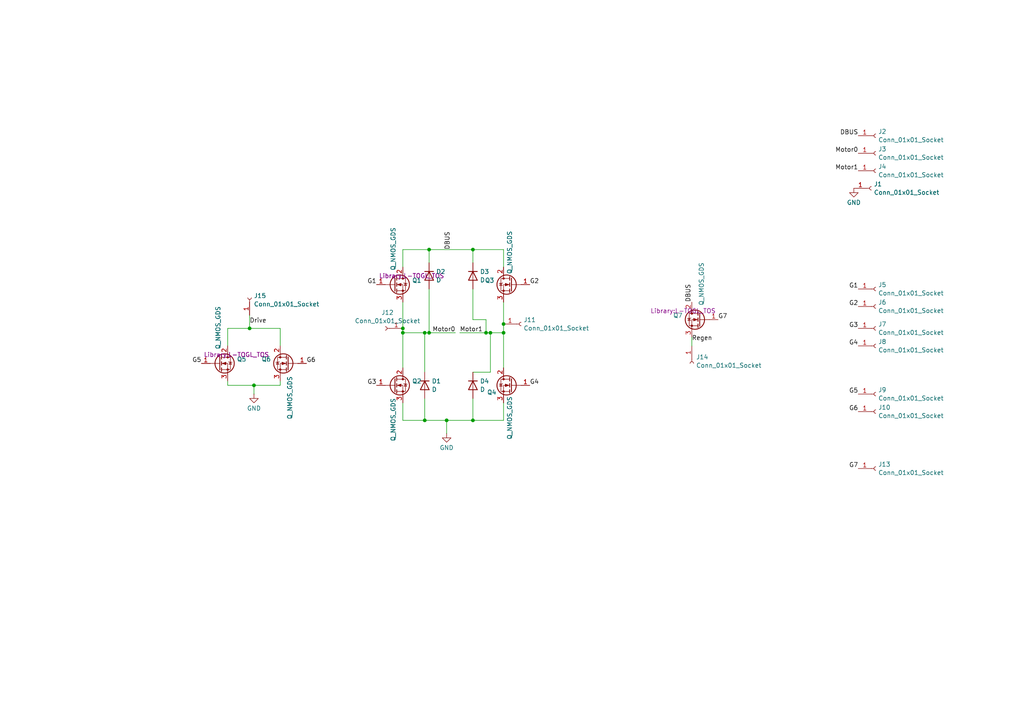
<source format=kicad_sch>
(kicad_sch
	(version 20231120)
	(generator "eeschema")
	(generator_version "8.0")
	(uuid "944ca9d7-7c15-47f9-b327-541daf24dfe7")
	(paper "A4")
	(lib_symbols
		(symbol "Connector:Conn_01x01_Socket"
			(pin_names
				(offset 1.016) hide)
			(exclude_from_sim no)
			(in_bom yes)
			(on_board yes)
			(property "Reference" "J"
				(at 0 2.54 0)
				(effects
					(font
						(size 1.27 1.27)
					)
				)
			)
			(property "Value" "Conn_01x01_Socket"
				(at 0 -2.54 0)
				(effects
					(font
						(size 1.27 1.27)
					)
				)
			)
			(property "Footprint" ""
				(at 0 0 0)
				(effects
					(font
						(size 1.27 1.27)
					)
					(hide yes)
				)
			)
			(property "Datasheet" "~"
				(at 0 0 0)
				(effects
					(font
						(size 1.27 1.27)
					)
					(hide yes)
				)
			)
			(property "Description" "Generic connector, single row, 01x01, script generated"
				(at 0 0 0)
				(effects
					(font
						(size 1.27 1.27)
					)
					(hide yes)
				)
			)
			(property "ki_locked" ""
				(at 0 0 0)
				(effects
					(font
						(size 1.27 1.27)
					)
				)
			)
			(property "ki_keywords" "connector"
				(at 0 0 0)
				(effects
					(font
						(size 1.27 1.27)
					)
					(hide yes)
				)
			)
			(property "ki_fp_filters" "Connector*:*_1x??_*"
				(at 0 0 0)
				(effects
					(font
						(size 1.27 1.27)
					)
					(hide yes)
				)
			)
			(symbol "Conn_01x01_Socket_1_1"
				(polyline
					(pts
						(xy -1.27 0) (xy -0.508 0)
					)
					(stroke
						(width 0.1524)
						(type default)
					)
					(fill
						(type none)
					)
				)
				(arc
					(start 0 0.508)
					(mid -0.5058 0)
					(end 0 -0.508)
					(stroke
						(width 0.1524)
						(type default)
					)
					(fill
						(type none)
					)
				)
				(pin passive line
					(at -5.08 0 0)
					(length 3.81)
					(name "Pin_1"
						(effects
							(font
								(size 1.27 1.27)
							)
						)
					)
					(number "1"
						(effects
							(font
								(size 1.27 1.27)
							)
						)
					)
				)
			)
		)
		(symbol "Device:D"
			(pin_numbers hide)
			(pin_names
				(offset 1.016) hide)
			(exclude_from_sim no)
			(in_bom yes)
			(on_board yes)
			(property "Reference" "D"
				(at 0 2.54 0)
				(effects
					(font
						(size 1.27 1.27)
					)
				)
			)
			(property "Value" "D"
				(at 0 -2.54 0)
				(effects
					(font
						(size 1.27 1.27)
					)
				)
			)
			(property "Footprint" ""
				(at 0 0 0)
				(effects
					(font
						(size 1.27 1.27)
					)
					(hide yes)
				)
			)
			(property "Datasheet" "~"
				(at 0 0 0)
				(effects
					(font
						(size 1.27 1.27)
					)
					(hide yes)
				)
			)
			(property "Description" "Diode"
				(at 0 0 0)
				(effects
					(font
						(size 1.27 1.27)
					)
					(hide yes)
				)
			)
			(property "Sim.Device" "D"
				(at 0 0 0)
				(effects
					(font
						(size 1.27 1.27)
					)
					(hide yes)
				)
			)
			(property "Sim.Pins" "1=K 2=A"
				(at 0 0 0)
				(effects
					(font
						(size 1.27 1.27)
					)
					(hide yes)
				)
			)
			(property "ki_keywords" "diode"
				(at 0 0 0)
				(effects
					(font
						(size 1.27 1.27)
					)
					(hide yes)
				)
			)
			(property "ki_fp_filters" "TO-???* *_Diode_* *SingleDiode* D_*"
				(at 0 0 0)
				(effects
					(font
						(size 1.27 1.27)
					)
					(hide yes)
				)
			)
			(symbol "D_0_1"
				(polyline
					(pts
						(xy -1.27 1.27) (xy -1.27 -1.27)
					)
					(stroke
						(width 0.254)
						(type default)
					)
					(fill
						(type none)
					)
				)
				(polyline
					(pts
						(xy 1.27 0) (xy -1.27 0)
					)
					(stroke
						(width 0)
						(type default)
					)
					(fill
						(type none)
					)
				)
				(polyline
					(pts
						(xy 1.27 1.27) (xy 1.27 -1.27) (xy -1.27 0) (xy 1.27 1.27)
					)
					(stroke
						(width 0.254)
						(type default)
					)
					(fill
						(type none)
					)
				)
			)
			(symbol "D_1_1"
				(pin passive line
					(at -3.81 0 0)
					(length 2.54)
					(name "K"
						(effects
							(font
								(size 1.27 1.27)
							)
						)
					)
					(number "1"
						(effects
							(font
								(size 1.27 1.27)
							)
						)
					)
				)
				(pin passive line
					(at 3.81 0 180)
					(length 2.54)
					(name "A"
						(effects
							(font
								(size 1.27 1.27)
							)
						)
					)
					(number "2"
						(effects
							(font
								(size 1.27 1.27)
							)
						)
					)
				)
			)
		)
		(symbol "Device:Q_NMOS_GDS"
			(pin_names
				(offset 0) hide)
			(exclude_from_sim no)
			(in_bom yes)
			(on_board yes)
			(property "Reference" "Q"
				(at 5.08 1.27 0)
				(effects
					(font
						(size 1.27 1.27)
					)
					(justify left)
				)
			)
			(property "Value" "Q_NMOS_GDS"
				(at 5.08 -1.27 0)
				(effects
					(font
						(size 1.27 1.27)
					)
					(justify left)
				)
			)
			(property "Footprint" ""
				(at 5.08 2.54 0)
				(effects
					(font
						(size 1.27 1.27)
					)
					(hide yes)
				)
			)
			(property "Datasheet" "~"
				(at 0 0 0)
				(effects
					(font
						(size 1.27 1.27)
					)
					(hide yes)
				)
			)
			(property "Description" "N-MOSFET transistor, gate/drain/source"
				(at 0 0 0)
				(effects
					(font
						(size 1.27 1.27)
					)
					(hide yes)
				)
			)
			(property "ki_keywords" "transistor NMOS N-MOS N-MOSFET"
				(at 0 0 0)
				(effects
					(font
						(size 1.27 1.27)
					)
					(hide yes)
				)
			)
			(symbol "Q_NMOS_GDS_0_1"
				(polyline
					(pts
						(xy 0.254 0) (xy -2.54 0)
					)
					(stroke
						(width 0)
						(type default)
					)
					(fill
						(type none)
					)
				)
				(polyline
					(pts
						(xy 0.254 1.905) (xy 0.254 -1.905)
					)
					(stroke
						(width 0.254)
						(type default)
					)
					(fill
						(type none)
					)
				)
				(polyline
					(pts
						(xy 0.762 -1.27) (xy 0.762 -2.286)
					)
					(stroke
						(width 0.254)
						(type default)
					)
					(fill
						(type none)
					)
				)
				(polyline
					(pts
						(xy 0.762 0.508) (xy 0.762 -0.508)
					)
					(stroke
						(width 0.254)
						(type default)
					)
					(fill
						(type none)
					)
				)
				(polyline
					(pts
						(xy 0.762 2.286) (xy 0.762 1.27)
					)
					(stroke
						(width 0.254)
						(type default)
					)
					(fill
						(type none)
					)
				)
				(polyline
					(pts
						(xy 2.54 2.54) (xy 2.54 1.778)
					)
					(stroke
						(width 0)
						(type default)
					)
					(fill
						(type none)
					)
				)
				(polyline
					(pts
						(xy 2.54 -2.54) (xy 2.54 0) (xy 0.762 0)
					)
					(stroke
						(width 0)
						(type default)
					)
					(fill
						(type none)
					)
				)
				(polyline
					(pts
						(xy 0.762 -1.778) (xy 3.302 -1.778) (xy 3.302 1.778) (xy 0.762 1.778)
					)
					(stroke
						(width 0)
						(type default)
					)
					(fill
						(type none)
					)
				)
				(polyline
					(pts
						(xy 1.016 0) (xy 2.032 0.381) (xy 2.032 -0.381) (xy 1.016 0)
					)
					(stroke
						(width 0)
						(type default)
					)
					(fill
						(type outline)
					)
				)
				(polyline
					(pts
						(xy 2.794 0.508) (xy 2.921 0.381) (xy 3.683 0.381) (xy 3.81 0.254)
					)
					(stroke
						(width 0)
						(type default)
					)
					(fill
						(type none)
					)
				)
				(polyline
					(pts
						(xy 3.302 0.381) (xy 2.921 -0.254) (xy 3.683 -0.254) (xy 3.302 0.381)
					)
					(stroke
						(width 0)
						(type default)
					)
					(fill
						(type none)
					)
				)
				(circle
					(center 1.651 0)
					(radius 2.794)
					(stroke
						(width 0.254)
						(type default)
					)
					(fill
						(type none)
					)
				)
				(circle
					(center 2.54 -1.778)
					(radius 0.254)
					(stroke
						(width 0)
						(type default)
					)
					(fill
						(type outline)
					)
				)
				(circle
					(center 2.54 1.778)
					(radius 0.254)
					(stroke
						(width 0)
						(type default)
					)
					(fill
						(type outline)
					)
				)
			)
			(symbol "Q_NMOS_GDS_1_1"
				(pin input line
					(at -5.08 0 0)
					(length 2.54)
					(name "G"
						(effects
							(font
								(size 1.27 1.27)
							)
						)
					)
					(number "1"
						(effects
							(font
								(size 1.27 1.27)
							)
						)
					)
				)
				(pin passive line
					(at 2.54 5.08 270)
					(length 2.54)
					(name "D"
						(effects
							(font
								(size 1.27 1.27)
							)
						)
					)
					(number "2"
						(effects
							(font
								(size 1.27 1.27)
							)
						)
					)
				)
				(pin passive line
					(at 2.54 -5.08 90)
					(length 2.54)
					(name "S"
						(effects
							(font
								(size 1.27 1.27)
							)
						)
					)
					(number "3"
						(effects
							(font
								(size 1.27 1.27)
							)
						)
					)
				)
			)
		)
		(symbol "power:GND"
			(power)
			(pin_numbers hide)
			(pin_names
				(offset 0) hide)
			(exclude_from_sim no)
			(in_bom yes)
			(on_board yes)
			(property "Reference" "#PWR"
				(at 0 -6.35 0)
				(effects
					(font
						(size 1.27 1.27)
					)
					(hide yes)
				)
			)
			(property "Value" "GND"
				(at 0 -3.81 0)
				(effects
					(font
						(size 1.27 1.27)
					)
				)
			)
			(property "Footprint" ""
				(at 0 0 0)
				(effects
					(font
						(size 1.27 1.27)
					)
					(hide yes)
				)
			)
			(property "Datasheet" ""
				(at 0 0 0)
				(effects
					(font
						(size 1.27 1.27)
					)
					(hide yes)
				)
			)
			(property "Description" "Power symbol creates a global label with name \"GND\" , ground"
				(at 0 0 0)
				(effects
					(font
						(size 1.27 1.27)
					)
					(hide yes)
				)
			)
			(property "ki_keywords" "global power"
				(at 0 0 0)
				(effects
					(font
						(size 1.27 1.27)
					)
					(hide yes)
				)
			)
			(symbol "GND_0_1"
				(polyline
					(pts
						(xy 0 0) (xy 0 -1.27) (xy 1.27 -1.27) (xy 0 -2.54) (xy -1.27 -1.27) (xy 0 -1.27)
					)
					(stroke
						(width 0)
						(type default)
					)
					(fill
						(type none)
					)
				)
			)
			(symbol "GND_1_1"
				(pin power_in line
					(at 0 0 270)
					(length 0)
					(name "~"
						(effects
							(font
								(size 1.27 1.27)
							)
						)
					)
					(number "1"
						(effects
							(font
								(size 1.27 1.27)
							)
						)
					)
				)
			)
		)
	)
	(junction
		(at 116.84 96.52)
		(diameter 0)
		(color 0 0 0 0)
		(uuid "0c329caa-354f-4a4b-ae86-01ab62c75851")
	)
	(junction
		(at 129.54 121.92)
		(diameter 0)
		(color 0 0 0 0)
		(uuid "2f5cbbac-96b6-4bfd-9db8-3aad91614e92")
	)
	(junction
		(at 146.05 93.98)
		(diameter 0)
		(color 0 0 0 0)
		(uuid "308f2b53-ff3f-4cd7-8ac6-6096c5f77620")
	)
	(junction
		(at 124.46 72.39)
		(diameter 0)
		(color 0 0 0 0)
		(uuid "374d360a-d8f9-4262-8e2b-a1d40413f30f")
	)
	(junction
		(at 124.46 96.52)
		(diameter 0)
		(color 0 0 0 0)
		(uuid "4006a77a-e829-4a39-91c4-93f557bce2ea")
	)
	(junction
		(at 116.84 95.25)
		(diameter 0)
		(color 0 0 0 0)
		(uuid "401c9436-1b05-4c4c-8f58-25f0831b8b9c")
	)
	(junction
		(at 72.39 95.25)
		(diameter 0)
		(color 0 0 0 0)
		(uuid "54071287-5b40-4591-94b2-fb655114826d")
	)
	(junction
		(at 142.24 96.52)
		(diameter 0)
		(color 0 0 0 0)
		(uuid "5493a011-9e0d-40b6-84a0-47518fd840a4")
	)
	(junction
		(at 123.19 121.92)
		(diameter 0)
		(color 0 0 0 0)
		(uuid "649088f1-b57a-4f6a-915b-3d80d31da34d")
	)
	(junction
		(at 123.19 96.52)
		(diameter 0)
		(color 0 0 0 0)
		(uuid "9a61a050-79b7-4f79-b3d5-f99bd5997101")
	)
	(junction
		(at 140.97 96.52)
		(diameter 0)
		(color 0 0 0 0)
		(uuid "9ed475ef-43d6-4cd2-9336-b1d0fb318902")
	)
	(junction
		(at 146.05 96.52)
		(diameter 0)
		(color 0 0 0 0)
		(uuid "9f3b9616-528b-4f8a-8613-08cb791e58b1")
	)
	(junction
		(at 137.16 72.39)
		(diameter 0)
		(color 0 0 0 0)
		(uuid "afaf893d-8c3f-4dbb-9a0b-f796e241e044")
	)
	(junction
		(at 73.66 111.76)
		(diameter 0)
		(color 0 0 0 0)
		(uuid "e23006e3-d6d0-4db1-b728-2489714c5f6c")
	)
	(junction
		(at 137.16 121.92)
		(diameter 0)
		(color 0 0 0 0)
		(uuid "f3a42775-69c0-4b21-ba13-c327ac6cfdf0")
	)
	(wire
		(pts
			(xy 142.24 107.95) (xy 142.24 96.52)
		)
		(stroke
			(width 0)
			(type default)
		)
		(uuid "02823859-6460-4135-8cf9-20bb02497eed")
	)
	(wire
		(pts
			(xy 123.19 121.92) (xy 129.54 121.92)
		)
		(stroke
			(width 0)
			(type default)
		)
		(uuid "05d3a8c4-1545-492f-bfc4-9f66d849c3ac")
	)
	(wire
		(pts
			(xy 124.46 96.52) (xy 132.08 96.52)
		)
		(stroke
			(width 0)
			(type default)
		)
		(uuid "0c2a513f-6f50-4a1d-bce8-3403ab841a99")
	)
	(wire
		(pts
			(xy 81.28 111.76) (xy 81.28 110.49)
		)
		(stroke
			(width 0)
			(type default)
		)
		(uuid "1017653a-9bfc-4b49-9134-8aa55cc6a528")
	)
	(wire
		(pts
			(xy 137.16 83.82) (xy 137.16 92.71)
		)
		(stroke
			(width 0)
			(type default)
		)
		(uuid "110fe4c2-7a56-4242-ae7b-94e7cfa14afb")
	)
	(wire
		(pts
			(xy 116.84 87.63) (xy 116.84 95.25)
		)
		(stroke
			(width 0)
			(type default)
		)
		(uuid "12d004fa-a2e6-478e-8e8f-75f83e7c4a3c")
	)
	(wire
		(pts
			(xy 66.04 111.76) (xy 73.66 111.76)
		)
		(stroke
			(width 0)
			(type default)
		)
		(uuid "1e56c316-07ed-4071-8689-9e5a1f083b88")
	)
	(wire
		(pts
			(xy 133.35 96.52) (xy 140.97 96.52)
		)
		(stroke
			(width 0)
			(type default)
		)
		(uuid "205f89d8-f7a8-4033-b2f3-720e5e8c7774")
	)
	(wire
		(pts
			(xy 129.54 121.92) (xy 137.16 121.92)
		)
		(stroke
			(width 0)
			(type default)
		)
		(uuid "2fa6a7e7-15c0-44a4-8c5d-7d36e63c4f4f")
	)
	(wire
		(pts
			(xy 137.16 115.57) (xy 137.16 121.92)
		)
		(stroke
			(width 0)
			(type default)
		)
		(uuid "3669aa26-aae4-4727-9090-1a8adf279a9d")
	)
	(wire
		(pts
			(xy 116.84 116.84) (xy 116.84 121.92)
		)
		(stroke
			(width 0)
			(type default)
		)
		(uuid "3b9f2f57-da69-4744-910c-adebcdebcbd3")
	)
	(wire
		(pts
			(xy 72.39 95.25) (xy 81.28 95.25)
		)
		(stroke
			(width 0)
			(type default)
		)
		(uuid "424b28be-0011-4239-8bf3-bd7f57e888cc")
	)
	(wire
		(pts
			(xy 140.97 96.52) (xy 142.24 96.52)
		)
		(stroke
			(width 0)
			(type default)
		)
		(uuid "43cd9d73-cac0-4155-940a-c36967115e71")
	)
	(wire
		(pts
			(xy 73.66 111.76) (xy 81.28 111.76)
		)
		(stroke
			(width 0)
			(type default)
		)
		(uuid "494d6f7b-fc64-4bb2-bd95-dfa05515b4ad")
	)
	(wire
		(pts
			(xy 137.16 72.39) (xy 137.16 76.2)
		)
		(stroke
			(width 0)
			(type default)
		)
		(uuid "4af0de91-c814-4115-bf0b-3bb88fadec29")
	)
	(wire
		(pts
			(xy 140.97 92.71) (xy 140.97 96.52)
		)
		(stroke
			(width 0)
			(type default)
		)
		(uuid "5238626e-d566-4509-aafa-116d58708c93")
	)
	(wire
		(pts
			(xy 66.04 110.49) (xy 66.04 111.76)
		)
		(stroke
			(width 0)
			(type default)
		)
		(uuid "6526c1b9-091a-433c-b75b-e42a3fcc940f")
	)
	(wire
		(pts
			(xy 146.05 93.98) (xy 146.05 96.52)
		)
		(stroke
			(width 0)
			(type default)
		)
		(uuid "662d1535-f201-4be5-84cc-830ceb02cd9e")
	)
	(wire
		(pts
			(xy 142.24 96.52) (xy 146.05 96.52)
		)
		(stroke
			(width 0)
			(type default)
		)
		(uuid "69cedbcb-87c0-43f0-8261-8799283715ba")
	)
	(wire
		(pts
			(xy 66.04 100.33) (xy 66.04 95.25)
		)
		(stroke
			(width 0)
			(type default)
		)
		(uuid "7895f206-a9cc-4af1-9c19-e4bc05291924")
	)
	(wire
		(pts
			(xy 66.04 95.25) (xy 72.39 95.25)
		)
		(stroke
			(width 0)
			(type default)
		)
		(uuid "8ea12ba0-c5d0-4035-a2f1-cd58b64ef718")
	)
	(wire
		(pts
			(xy 81.28 95.25) (xy 81.28 100.33)
		)
		(stroke
			(width 0)
			(type default)
		)
		(uuid "93df14ab-5434-463d-94c6-76dbf9f7c03f")
	)
	(wire
		(pts
			(xy 116.84 72.39) (xy 124.46 72.39)
		)
		(stroke
			(width 0)
			(type default)
		)
		(uuid "9a06990f-9239-43bd-af7e-3513a1aa63f7")
	)
	(wire
		(pts
			(xy 123.19 96.52) (xy 124.46 96.52)
		)
		(stroke
			(width 0)
			(type default)
		)
		(uuid "9f67e826-b4ab-4a10-8e64-20184154b9cf")
	)
	(wire
		(pts
			(xy 129.54 125.73) (xy 129.54 121.92)
		)
		(stroke
			(width 0)
			(type default)
		)
		(uuid "a2431f87-a1bf-4776-a0fe-5410cee2d379")
	)
	(wire
		(pts
			(xy 123.19 115.57) (xy 123.19 121.92)
		)
		(stroke
			(width 0)
			(type default)
		)
		(uuid "a35e4604-8014-4f9f-bfc8-3c371c154983")
	)
	(wire
		(pts
			(xy 116.84 106.68) (xy 116.84 96.52)
		)
		(stroke
			(width 0)
			(type default)
		)
		(uuid "a3b23feb-2436-4aea-901b-9c3b64782dad")
	)
	(wire
		(pts
			(xy 146.05 87.63) (xy 146.05 93.98)
		)
		(stroke
			(width 0)
			(type default)
		)
		(uuid "a483f5e0-c10d-4ebf-9d75-dba768f0b3ac")
	)
	(wire
		(pts
			(xy 124.46 76.2) (xy 124.46 72.39)
		)
		(stroke
			(width 0)
			(type default)
		)
		(uuid "a5cc7496-2903-454f-be3f-458b71ce75f6")
	)
	(wire
		(pts
			(xy 137.16 72.39) (xy 146.05 72.39)
		)
		(stroke
			(width 0)
			(type default)
		)
		(uuid "a7372235-828a-4693-9069-e7ca8d08ae0c")
	)
	(wire
		(pts
			(xy 73.66 114.3) (xy 73.66 111.76)
		)
		(stroke
			(width 0)
			(type default)
		)
		(uuid "a8131bf8-81f9-41db-a7d2-b4bbab9d41db")
	)
	(wire
		(pts
			(xy 116.84 95.25) (xy 116.84 96.52)
		)
		(stroke
			(width 0)
			(type default)
		)
		(uuid "ac2b519e-0652-4575-93af-1d6ebc691597")
	)
	(wire
		(pts
			(xy 137.16 121.92) (xy 146.05 121.92)
		)
		(stroke
			(width 0)
			(type default)
		)
		(uuid "ace28bf7-8e08-429e-94b6-4822c69ffcae")
	)
	(wire
		(pts
			(xy 137.16 92.71) (xy 140.97 92.71)
		)
		(stroke
			(width 0)
			(type default)
		)
		(uuid "b1c4c07e-9f0d-47b3-8f48-7e872b4363f9")
	)
	(wire
		(pts
			(xy 116.84 96.52) (xy 123.19 96.52)
		)
		(stroke
			(width 0)
			(type default)
		)
		(uuid "b82787dd-6179-46f2-9c58-b8a8a68f6ad5")
	)
	(wire
		(pts
			(xy 146.05 72.39) (xy 146.05 77.47)
		)
		(stroke
			(width 0)
			(type default)
		)
		(uuid "bef37d05-f2bf-4e9c-adb9-7504da7238ad")
	)
	(wire
		(pts
			(xy 116.84 121.92) (xy 123.19 121.92)
		)
		(stroke
			(width 0)
			(type default)
		)
		(uuid "d0354cc9-c023-4473-a637-6cc3e679b011")
	)
	(wire
		(pts
			(xy 137.16 107.95) (xy 142.24 107.95)
		)
		(stroke
			(width 0)
			(type default)
		)
		(uuid "daf70bce-194e-4213-90e8-99abaf9ae472")
	)
	(wire
		(pts
			(xy 116.84 77.47) (xy 116.84 72.39)
		)
		(stroke
			(width 0)
			(type default)
		)
		(uuid "dc36dbca-edfd-4e07-ae3b-67b62ed9c8a1")
	)
	(wire
		(pts
			(xy 200.66 100.33) (xy 200.66 97.79)
		)
		(stroke
			(width 0)
			(type default)
		)
		(uuid "dda29608-3d15-42fa-88f0-faf7608427f2")
	)
	(wire
		(pts
			(xy 72.39 91.44) (xy 72.39 95.25)
		)
		(stroke
			(width 0)
			(type default)
		)
		(uuid "ddb13040-2bc2-446f-b058-64f8abb76831")
	)
	(wire
		(pts
			(xy 123.19 96.52) (xy 123.19 107.95)
		)
		(stroke
			(width 0)
			(type default)
		)
		(uuid "dfadff95-4f44-473c-adc0-2cc8df94d1e1")
	)
	(wire
		(pts
			(xy 146.05 96.52) (xy 146.05 106.68)
		)
		(stroke
			(width 0)
			(type default)
		)
		(uuid "ee670f59-90fc-47ca-b865-a430514f4051")
	)
	(wire
		(pts
			(xy 146.05 121.92) (xy 146.05 116.84)
		)
		(stroke
			(width 0)
			(type default)
		)
		(uuid "eec264cd-02cc-4db5-848d-77610bbbcbeb")
	)
	(wire
		(pts
			(xy 124.46 72.39) (xy 137.16 72.39)
		)
		(stroke
			(width 0)
			(type default)
		)
		(uuid "f1c49506-acd5-460c-a78b-64d77f8f5604")
	)
	(wire
		(pts
			(xy 124.46 83.82) (xy 124.46 96.52)
		)
		(stroke
			(width 0)
			(type default)
		)
		(uuid "fc42a21d-53ed-470b-ae26-c1f15625daf8")
	)
	(label "G6"
		(at 248.92 119.38 180)
		(fields_autoplaced yes)
		(effects
			(font
				(size 1.27 1.27)
			)
			(justify right bottom)
		)
		(uuid "07fe7343-77e7-43f0-9cff-2477636df69a")
	)
	(label "DBUS"
		(at 130.81 72.39 90)
		(fields_autoplaced yes)
		(effects
			(font
				(size 1.27 1.27)
			)
			(justify left bottom)
		)
		(uuid "161ae5a6-4f08-4f97-b76f-a0f9d5d2994b")
	)
	(label "G6"
		(at 88.9 105.41 0)
		(fields_autoplaced yes)
		(effects
			(font
				(size 1.27 1.27)
			)
			(justify left bottom)
		)
		(uuid "1652f1c2-656c-433a-b8e1-ffae4daa677d")
	)
	(label "G5"
		(at 58.42 105.41 180)
		(fields_autoplaced yes)
		(effects
			(font
				(size 1.27 1.27)
			)
			(justify right bottom)
		)
		(uuid "174da296-d83e-427d-a0cf-07816b553425")
	)
	(label "G5"
		(at 248.92 114.3 180)
		(fields_autoplaced yes)
		(effects
			(font
				(size 1.27 1.27)
			)
			(justify right bottom)
		)
		(uuid "1c1f8ebb-74d6-4dea-9a9f-22a3ba869584")
	)
	(label "G1"
		(at 248.92 83.82 180)
		(fields_autoplaced yes)
		(effects
			(font
				(size 1.27 1.27)
			)
			(justify right bottom)
		)
		(uuid "26c96a76-37ef-485b-944e-3411bf13cc79")
	)
	(label "G7"
		(at 208.28 92.71 0)
		(fields_autoplaced yes)
		(effects
			(font
				(size 1.27 1.27)
			)
			(justify left bottom)
		)
		(uuid "2a053e19-866d-4977-834e-eef915766df0")
	)
	(label "G3"
		(at 248.92 95.25 180)
		(fields_autoplaced yes)
		(effects
			(font
				(size 1.27 1.27)
			)
			(justify right bottom)
		)
		(uuid "2b691917-cdea-498b-9cf6-97dcbad8b330")
	)
	(label "Drive"
		(at 72.39 93.98 0)
		(fields_autoplaced yes)
		(effects
			(font
				(size 1.27 1.27)
			)
			(justify left bottom)
		)
		(uuid "40575d32-a34e-4ed5-9c13-c0d378dc6a16")
	)
	(label "Regen"
		(at 200.66 99.06 0)
		(fields_autoplaced yes)
		(effects
			(font
				(size 1.27 1.27)
			)
			(justify left bottom)
		)
		(uuid "53729211-49c3-4f8a-b6b2-1e07ac046113")
	)
	(label "DBUS"
		(at 248.92 39.37 180)
		(fields_autoplaced yes)
		(effects
			(font
				(size 1.27 1.27)
			)
			(justify right bottom)
		)
		(uuid "577d7c10-9496-4f59-98c7-6c42922f7efe")
	)
	(label "Motor0"
		(at 248.92 44.45 180)
		(fields_autoplaced yes)
		(effects
			(font
				(size 1.27 1.27)
			)
			(justify right bottom)
		)
		(uuid "5c96dc2e-ea70-4d11-87b2-d89d7ef23fe2")
	)
	(label "G3"
		(at 109.22 111.76 180)
		(fields_autoplaced yes)
		(effects
			(font
				(size 1.27 1.27)
			)
			(justify right bottom)
		)
		(uuid "721733cb-027a-4353-bb7c-094f80f9a918")
	)
	(label "G1"
		(at 109.22 82.55 180)
		(fields_autoplaced yes)
		(effects
			(font
				(size 1.27 1.27)
			)
			(justify right bottom)
		)
		(uuid "866949ea-751b-41c7-aa3b-e3cb64123c3e")
	)
	(label "G2"
		(at 153.67 82.55 0)
		(fields_autoplaced yes)
		(effects
			(font
				(size 1.27 1.27)
			)
			(justify left bottom)
		)
		(uuid "87039a33-8526-44f4-bed5-8f1e4d7ec0c0")
	)
	(label "DBUS"
		(at 200.66 87.63 90)
		(fields_autoplaced yes)
		(effects
			(font
				(size 1.27 1.27)
			)
			(justify left bottom)
		)
		(uuid "a31d9a7e-262e-49a4-b9a8-39a243aa745a")
	)
	(label "Motor1"
		(at 133.35 96.52 0)
		(fields_autoplaced yes)
		(effects
			(font
				(size 1.27 1.27)
			)
			(justify left bottom)
		)
		(uuid "a36e4921-d565-4378-9bcd-96d91e7de805")
	)
	(label "G2"
		(at 248.92 88.9 180)
		(fields_autoplaced yes)
		(effects
			(font
				(size 1.27 1.27)
			)
			(justify right bottom)
		)
		(uuid "b5000141-f122-43b2-91d8-c04b3dcc27bd")
	)
	(label "G7"
		(at 248.92 135.89 180)
		(fields_autoplaced yes)
		(effects
			(font
				(size 1.27 1.27)
			)
			(justify right bottom)
		)
		(uuid "c7290dd8-b284-40ed-8753-223e902509aa")
	)
	(label "G4"
		(at 153.67 111.76 0)
		(fields_autoplaced yes)
		(effects
			(font
				(size 1.27 1.27)
			)
			(justify left bottom)
		)
		(uuid "c9ff1067-12c8-47d3-a8f4-8e5a2adb519e")
	)
	(label "Motor1"
		(at 248.92 49.53 180)
		(fields_autoplaced yes)
		(effects
			(font
				(size 1.27 1.27)
			)
			(justify right bottom)
		)
		(uuid "e03572a7-f9c8-4516-ac9b-56e3692b88b7")
	)
	(label "Motor0"
		(at 132.08 96.52 180)
		(fields_autoplaced yes)
		(effects
			(font
				(size 1.27 1.27)
			)
			(justify right bottom)
		)
		(uuid "f1a7ed48-2bcd-49cf-80bf-7a80443f5f8c")
	)
	(label "G4"
		(at 248.92 100.33 180)
		(fields_autoplaced yes)
		(effects
			(font
				(size 1.27 1.27)
			)
			(justify right bottom)
		)
		(uuid "fab4febc-8e2c-4f73-be58-47148721cad3")
	)
	(symbol
		(lib_id "Connector:Conn_01x01_Socket")
		(at 254 49.53 0)
		(unit 1)
		(exclude_from_sim no)
		(in_bom yes)
		(on_board yes)
		(dnp no)
		(fields_autoplaced yes)
		(uuid "040a50b4-d36e-4039-9b8f-beeb3c5a74a2")
		(property "Reference" "J4"
			(at 254.7112 48.3178 0)
			(effects
				(font
					(size 1.27 1.27)
				)
				(justify left)
			)
		)
		(property "Value" "Conn_01x01_Socket"
			(at 254.7112 50.7421 0)
			(effects
				(font
					(size 1.27 1.27)
				)
				(justify left)
			)
		)
		(property "Footprint" "TerminalBlock_Wuerth:Wuerth_REDCUBE-THR_WP-THRSH_74651194_THR"
			(at 254 49.53 0)
			(effects
				(font
					(size 1.27 1.27)
				)
				(hide yes)
			)
		)
		(property "Datasheet" "~"
			(at 254 49.53 0)
			(effects
				(font
					(size 1.27 1.27)
				)
				(hide yes)
			)
		)
		(property "Description" "Generic connector, single row, 01x01, script generated"
			(at 254 49.53 0)
			(effects
				(font
					(size 1.27 1.27)
				)
				(hide yes)
			)
		)
		(pin "1"
			(uuid "00705809-60ca-4cf5-8098-c835b0be66fa")
		)
		(instances
			(project "BenchTestFets"
				(path "/944ca9d7-7c15-47f9-b327-541daf24dfe7"
					(reference "J4")
					(unit 1)
				)
			)
		)
	)
	(symbol
		(lib_id "Connector:Conn_01x01_Socket")
		(at 254 95.25 0)
		(unit 1)
		(exclude_from_sim no)
		(in_bom yes)
		(on_board yes)
		(dnp no)
		(fields_autoplaced yes)
		(uuid "0cafe04a-1981-45ea-8013-d70595033222")
		(property "Reference" "J7"
			(at 254.7112 94.0378 0)
			(effects
				(font
					(size 1.27 1.27)
				)
				(justify left)
			)
		)
		(property "Value" "Conn_01x01_Socket"
			(at 254.7112 96.4621 0)
			(effects
				(font
					(size 1.27 1.27)
				)
				(justify left)
			)
		)
		(property "Footprint" "Connector_PinHeader_2.54mm:PinHeader_1x01_P2.54mm_Vertical"
			(at 254 95.25 0)
			(effects
				(font
					(size 1.27 1.27)
				)
				(hide yes)
			)
		)
		(property "Datasheet" "~"
			(at 254 95.25 0)
			(effects
				(font
					(size 1.27 1.27)
				)
				(hide yes)
			)
		)
		(property "Description" "Generic connector, single row, 01x01, script generated"
			(at 254 95.25 0)
			(effects
				(font
					(size 1.27 1.27)
				)
				(hide yes)
			)
		)
		(pin "1"
			(uuid "4c8b465a-f7ec-4edf-baec-1a6110656c45")
		)
		(instances
			(project "BenchTestFets"
				(path "/944ca9d7-7c15-47f9-b327-541daf24dfe7"
					(reference "J7")
					(unit 1)
				)
			)
		)
	)
	(symbol
		(lib_id "Device:D")
		(at 123.19 111.76 270)
		(unit 1)
		(exclude_from_sim no)
		(in_bom yes)
		(on_board yes)
		(dnp no)
		(fields_autoplaced yes)
		(uuid "12cbdca2-d142-4a14-b846-ae3ac9637246")
		(property "Reference" "D1"
			(at 125.222 110.5478 90)
			(effects
				(font
					(size 1.27 1.27)
				)
				(justify left)
			)
		)
		(property "Value" "D"
			(at 125.222 112.9721 90)
			(effects
				(font
					(size 1.27 1.27)
				)
				(justify left)
			)
		)
		(property "Footprint" "Diode_SMD:D_SOD-123F"
			(at 123.19 111.76 0)
			(effects
				(font
					(size 1.27 1.27)
				)
				(hide yes)
			)
		)
		(property "Datasheet" "~"
			(at 123.19 111.76 0)
			(effects
				(font
					(size 1.27 1.27)
				)
				(hide yes)
			)
		)
		(property "Description" "ER2D-LTP"
			(at 123.19 111.76 0)
			(effects
				(font
					(size 1.27 1.27)
				)
				(hide yes)
			)
		)
		(property "Sim.Device" "D"
			(at 123.19 111.76 0)
			(effects
				(font
					(size 1.27 1.27)
				)
				(hide yes)
			)
		)
		(property "Sim.Pins" "1=K 2=A"
			(at 123.19 111.76 0)
			(effects
				(font
					(size 1.27 1.27)
				)
				(hide yes)
			)
		)
		(pin "2"
			(uuid "ec204a50-baa0-404b-a64b-2739e2dbf6cf")
		)
		(pin "1"
			(uuid "b21d04ee-0700-4f74-83bb-189c74e4326b")
		)
		(instances
			(project "BenchTestFets"
				(path "/944ca9d7-7c15-47f9-b327-541daf24dfe7"
					(reference "D1")
					(unit 1)
				)
			)
		)
	)
	(symbol
		(lib_id "Device:Q_NMOS_GDS")
		(at 148.59 82.55 0)
		(mirror y)
		(unit 1)
		(exclude_from_sim no)
		(in_bom yes)
		(on_board yes)
		(dnp no)
		(uuid "1763a5cd-6249-4767-8ac4-95ba532d07be")
		(property "Reference" "Q3"
			(at 143.3831 81.3378 0)
			(effects
				(font
					(size 1.27 1.27)
				)
				(justify left)
			)
		)
		(property "Value" "Q_NMOS_GDS"
			(at 147.828 79.502 90)
			(effects
				(font
					(size 1.27 1.27)
				)
				(justify left)
			)
		)
		(property "Footprint" "Library:L-TOGL_TOS"
			(at 143.51 80.01 0)
			(effects
				(font
					(size 1.27 1.27)
				)
				(hide yes)
			)
		)
		(property "Datasheet" "~"
			(at 148.59 82.55 0)
			(effects
				(font
					(size 1.27 1.27)
				)
				(hide yes)
			)
		)
		(property "Description" "XPQ1R00AQB,LXHQ"
			(at 148.59 82.55 0)
			(effects
				(font
					(size 1.27 1.27)
				)
				(hide yes)
			)
		)
		(pin "2"
			(uuid "884c4de3-134a-4b37-b796-ed2a1a1395ed")
		)
		(pin "3"
			(uuid "4125e3a3-3f72-4991-8eee-e29020ba035a")
		)
		(pin "1"
			(uuid "aa4584fe-6572-4598-a27a-e92bcf722105")
		)
		(instances
			(project "BenchTestFets"
				(path "/944ca9d7-7c15-47f9-b327-541daf24dfe7"
					(reference "Q3")
					(unit 1)
				)
			)
		)
	)
	(symbol
		(lib_id "Device:Q_NMOS_GDS")
		(at 114.3 111.76 0)
		(unit 1)
		(exclude_from_sim no)
		(in_bom yes)
		(on_board yes)
		(dnp no)
		(uuid "19277b6d-138d-4cef-86dd-7cc8f48586c5")
		(property "Reference" "Q2"
			(at 119.5069 110.5478 0)
			(effects
				(font
					(size 1.27 1.27)
				)
				(justify left)
			)
		)
		(property "Value" "Q_NMOS_GDS"
			(at 114.046 128.016 90)
			(effects
				(font
					(size 1.27 1.27)
				)
				(justify left)
			)
		)
		(property "Footprint" "Library:L-TOGL_TOS"
			(at 119.38 109.22 0)
			(effects
				(font
					(size 1.27 1.27)
				)
				(hide yes)
			)
		)
		(property "Datasheet" "~"
			(at 114.3 111.76 0)
			(effects
				(font
					(size 1.27 1.27)
				)
				(hide yes)
			)
		)
		(property "Description" "XPQ1R00AQB,LXHQ"
			(at 114.3 111.76 0)
			(effects
				(font
					(size 1.27 1.27)
				)
				(hide yes)
			)
		)
		(pin "2"
			(uuid "c12075f9-a92c-47b9-ab88-843099e20add")
		)
		(pin "3"
			(uuid "cc2bb53c-b6f1-47e1-a54d-66c4940b1268")
		)
		(pin "1"
			(uuid "7d07494d-d4dc-46f9-8a7f-398430626fba")
		)
		(instances
			(project "BenchTestFets"
				(path "/944ca9d7-7c15-47f9-b327-541daf24dfe7"
					(reference "Q2")
					(unit 1)
				)
			)
		)
	)
	(symbol
		(lib_id "Connector:Conn_01x01_Socket")
		(at 252.73 54.61 0)
		(unit 1)
		(exclude_from_sim no)
		(in_bom yes)
		(on_board yes)
		(dnp no)
		(fields_autoplaced yes)
		(uuid "215632f2-675b-4c3b-9364-3e36840d9b65")
		(property "Reference" "J1"
			(at 253.4412 53.3978 0)
			(effects
				(font
					(size 1.27 1.27)
				)
				(justify left)
			)
		)
		(property "Value" "Conn_01x01_Socket"
			(at 253.4412 55.8221 0)
			(effects
				(font
					(size 1.27 1.27)
				)
				(justify left)
			)
		)
		(property "Footprint" "TerminalBlock_Wuerth:Wuerth_REDCUBE-THR_WP-THRSH_74651194_THR"
			(at 252.73 54.61 0)
			(effects
				(font
					(size 1.27 1.27)
				)
				(hide yes)
			)
		)
		(property "Datasheet" "~"
			(at 252.73 54.61 0)
			(effects
				(font
					(size 1.27 1.27)
				)
				(hide yes)
			)
		)
		(property "Description" "Generic connector, single row, 01x01, script generated"
			(at 252.73 54.61 0)
			(effects
				(font
					(size 1.27 1.27)
				)
				(hide yes)
			)
		)
		(pin "1"
			(uuid "05c27e53-7754-414c-ac68-e6782703dacf")
		)
		(instances
			(project "BenchTestFets"
				(path "/944ca9d7-7c15-47f9-b327-541daf24dfe7"
					(reference "J1")
					(unit 1)
				)
			)
		)
	)
	(symbol
		(lib_id "Connector:Conn_01x01_Socket")
		(at 151.13 93.98 0)
		(unit 1)
		(exclude_from_sim no)
		(in_bom yes)
		(on_board yes)
		(dnp no)
		(fields_autoplaced yes)
		(uuid "295d44af-45f3-49d8-92fd-fa4b1ac92fa2")
		(property "Reference" "J11"
			(at 151.8412 92.7678 0)
			(effects
				(font
					(size 1.27 1.27)
				)
				(justify left)
			)
		)
		(property "Value" "Conn_01x01_Socket"
			(at 151.8412 95.1921 0)
			(effects
				(font
					(size 1.27 1.27)
				)
				(justify left)
			)
		)
		(property "Footprint" "Connector_PinHeader_2.54mm:PinHeader_1x01_P2.54mm_Vertical"
			(at 151.13 93.98 0)
			(effects
				(font
					(size 1.27 1.27)
				)
				(hide yes)
			)
		)
		(property "Datasheet" "~"
			(at 151.13 93.98 0)
			(effects
				(font
					(size 1.27 1.27)
				)
				(hide yes)
			)
		)
		(property "Description" "Generic connector, single row, 01x01, script generated"
			(at 151.13 93.98 0)
			(effects
				(font
					(size 1.27 1.27)
				)
				(hide yes)
			)
		)
		(pin "1"
			(uuid "107ffa5d-5f57-4b03-83ae-599aa2dac757")
		)
		(instances
			(project "BenchTestFets"
				(path "/944ca9d7-7c15-47f9-b327-541daf24dfe7"
					(reference "J11")
					(unit 1)
				)
			)
		)
	)
	(symbol
		(lib_id "Connector:Conn_01x01_Socket")
		(at 254 88.9 0)
		(unit 1)
		(exclude_from_sim no)
		(in_bom yes)
		(on_board yes)
		(dnp no)
		(fields_autoplaced yes)
		(uuid "30e1a509-256d-4d0b-bcb1-b096c3630404")
		(property "Reference" "J6"
			(at 254.7112 87.6878 0)
			(effects
				(font
					(size 1.27 1.27)
				)
				(justify left)
			)
		)
		(property "Value" "Conn_01x01_Socket"
			(at 254.7112 90.1121 0)
			(effects
				(font
					(size 1.27 1.27)
				)
				(justify left)
			)
		)
		(property "Footprint" "Connector_PinHeader_2.54mm:PinHeader_1x01_P2.54mm_Vertical"
			(at 254 88.9 0)
			(effects
				(font
					(size 1.27 1.27)
				)
				(hide yes)
			)
		)
		(property "Datasheet" "~"
			(at 254 88.9 0)
			(effects
				(font
					(size 1.27 1.27)
				)
				(hide yes)
			)
		)
		(property "Description" "Generic connector, single row, 01x01, script generated"
			(at 254 88.9 0)
			(effects
				(font
					(size 1.27 1.27)
				)
				(hide yes)
			)
		)
		(pin "1"
			(uuid "82fe4bc1-d41c-4589-9963-48030690d708")
		)
		(instances
			(project "BenchTestFets"
				(path "/944ca9d7-7c15-47f9-b327-541daf24dfe7"
					(reference "J6")
					(unit 1)
				)
			)
		)
	)
	(symbol
		(lib_id "Connector:Conn_01x01_Socket")
		(at 254 83.82 0)
		(unit 1)
		(exclude_from_sim no)
		(in_bom yes)
		(on_board yes)
		(dnp no)
		(fields_autoplaced yes)
		(uuid "37b65475-e79c-40aa-a9a3-f7f8fd731a39")
		(property "Reference" "J5"
			(at 254.7112 82.6078 0)
			(effects
				(font
					(size 1.27 1.27)
				)
				(justify left)
			)
		)
		(property "Value" "Conn_01x01_Socket"
			(at 254.7112 85.0321 0)
			(effects
				(font
					(size 1.27 1.27)
				)
				(justify left)
			)
		)
		(property "Footprint" "Connector_PinHeader_2.54mm:PinHeader_1x01_P2.54mm_Vertical"
			(at 254 83.82 0)
			(effects
				(font
					(size 1.27 1.27)
				)
				(hide yes)
			)
		)
		(property "Datasheet" "~"
			(at 254 83.82 0)
			(effects
				(font
					(size 1.27 1.27)
				)
				(hide yes)
			)
		)
		(property "Description" "Generic connector, single row, 01x01, script generated"
			(at 254 83.82 0)
			(effects
				(font
					(size 1.27 1.27)
				)
				(hide yes)
			)
		)
		(pin "1"
			(uuid "ab1f0a51-586a-4823-add8-070254c49885")
		)
		(instances
			(project "BenchTestFets"
				(path "/944ca9d7-7c15-47f9-b327-541daf24dfe7"
					(reference "J5")
					(unit 1)
				)
			)
		)
	)
	(symbol
		(lib_id "Device:Q_NMOS_GDS")
		(at 114.3 82.55 0)
		(unit 1)
		(exclude_from_sim no)
		(in_bom yes)
		(on_board yes)
		(dnp no)
		(uuid "3829f08b-46ba-4c3a-a79f-73209950d62c")
		(property "Reference" "Q1"
			(at 119.5069 81.3378 0)
			(effects
				(font
					(size 1.27 1.27)
				)
				(justify left)
			)
		)
		(property "Value" "Q_NMOS_GDS"
			(at 114.046 78.486 90)
			(effects
				(font
					(size 1.27 1.27)
				)
				(justify left)
			)
		)
		(property "Footprint" "Library:L-TOGL_TOS"
			(at 119.38 80.01 0)
			(effects
				(font
					(size 1.27 1.27)
				)
			)
		)
		(property "Datasheet" "~"
			(at 114.3 82.55 0)
			(effects
				(font
					(size 1.27 1.27)
				)
				(hide yes)
			)
		)
		(property "Description" "XPQ1R00AQB,LXHQ"
			(at 114.3 82.55 0)
			(effects
				(font
					(size 1.27 1.27)
				)
				(hide yes)
			)
		)
		(pin "2"
			(uuid "9e4750ce-6320-4501-bbfc-9ef1b0dc8412")
		)
		(pin "3"
			(uuid "8aba349e-05b0-446d-94b5-eb922e7b4d3f")
		)
		(pin "1"
			(uuid "7aeb9087-1692-47a7-be70-748cdd0a137f")
		)
		(instances
			(project "BenchTestFets"
				(path "/944ca9d7-7c15-47f9-b327-541daf24dfe7"
					(reference "Q1")
					(unit 1)
				)
			)
		)
	)
	(symbol
		(lib_id "Connector:Conn_01x01_Socket")
		(at 72.39 86.36 90)
		(unit 1)
		(exclude_from_sim no)
		(in_bom yes)
		(on_board yes)
		(dnp no)
		(fields_autoplaced yes)
		(uuid "5de3c703-f6a1-4100-9348-3141c22f2d9f")
		(property "Reference" "J15"
			(at 73.6092 85.7828 90)
			(effects
				(font
					(size 1.27 1.27)
				)
				(justify right)
			)
		)
		(property "Value" "Conn_01x01_Socket"
			(at 73.6092 88.2071 90)
			(effects
				(font
					(size 1.27 1.27)
				)
				(justify right)
			)
		)
		(property "Footprint" "TerminalBlock_Wuerth:Wuerth_REDCUBE-THR_WP-THRSH_74651194_THR"
			(at 72.39 86.36 0)
			(effects
				(font
					(size 1.27 1.27)
				)
				(hide yes)
			)
		)
		(property "Datasheet" "~"
			(at 72.39 86.36 0)
			(effects
				(font
					(size 1.27 1.27)
				)
				(hide yes)
			)
		)
		(property "Description" "Generic connector, single row, 01x01, script generated"
			(at 72.39 86.36 0)
			(effects
				(font
					(size 1.27 1.27)
				)
				(hide yes)
			)
		)
		(pin "1"
			(uuid "15fff92e-34ce-4818-8cd9-311e01ff1a6a")
		)
		(instances
			(project "BenchTestFets"
				(path "/944ca9d7-7c15-47f9-b327-541daf24dfe7"
					(reference "J15")
					(unit 1)
				)
			)
		)
	)
	(symbol
		(lib_id "Connector:Conn_01x01_Socket")
		(at 254 100.33 0)
		(unit 1)
		(exclude_from_sim no)
		(in_bom yes)
		(on_board yes)
		(dnp no)
		(fields_autoplaced yes)
		(uuid "6513c3d7-75aa-49e3-bbe0-9dc6451075e2")
		(property "Reference" "J8"
			(at 254.7112 99.1178 0)
			(effects
				(font
					(size 1.27 1.27)
				)
				(justify left)
			)
		)
		(property "Value" "Conn_01x01_Socket"
			(at 254.7112 101.5421 0)
			(effects
				(font
					(size 1.27 1.27)
				)
				(justify left)
			)
		)
		(property "Footprint" "Connector_PinHeader_2.54mm:PinHeader_1x01_P2.54mm_Vertical"
			(at 254 100.33 0)
			(effects
				(font
					(size 1.27 1.27)
				)
				(hide yes)
			)
		)
		(property "Datasheet" "~"
			(at 254 100.33 0)
			(effects
				(font
					(size 1.27 1.27)
				)
				(hide yes)
			)
		)
		(property "Description" "Generic connector, single row, 01x01, script generated"
			(at 254 100.33 0)
			(effects
				(font
					(size 1.27 1.27)
				)
				(hide yes)
			)
		)
		(pin "1"
			(uuid "a0d6b086-8204-4161-888a-13a52cb2c54c")
		)
		(instances
			(project "BenchTestFets"
				(path "/944ca9d7-7c15-47f9-b327-541daf24dfe7"
					(reference "J8")
					(unit 1)
				)
			)
		)
	)
	(symbol
		(lib_id "Connector:Conn_01x01_Socket")
		(at 254 119.38 0)
		(unit 1)
		(exclude_from_sim no)
		(in_bom yes)
		(on_board yes)
		(dnp no)
		(fields_autoplaced yes)
		(uuid "66e8c2d4-1849-4849-9d71-2606bf633452")
		(property "Reference" "J10"
			(at 254.7112 118.1678 0)
			(effects
				(font
					(size 1.27 1.27)
				)
				(justify left)
			)
		)
		(property "Value" "Conn_01x01_Socket"
			(at 254.7112 120.5921 0)
			(effects
				(font
					(size 1.27 1.27)
				)
				(justify left)
			)
		)
		(property "Footprint" "Connector_PinHeader_2.54mm:PinHeader_1x01_P2.54mm_Vertical"
			(at 254 119.38 0)
			(effects
				(font
					(size 1.27 1.27)
				)
				(hide yes)
			)
		)
		(property "Datasheet" "~"
			(at 254 119.38 0)
			(effects
				(font
					(size 1.27 1.27)
				)
				(hide yes)
			)
		)
		(property "Description" "Generic connector, single row, 01x01, script generated"
			(at 254 119.38 0)
			(effects
				(font
					(size 1.27 1.27)
				)
				(hide yes)
			)
		)
		(pin "1"
			(uuid "c1d6d56d-a939-4f59-8d9c-7d9c69eeace0")
		)
		(instances
			(project "BenchTestFets"
				(path "/944ca9d7-7c15-47f9-b327-541daf24dfe7"
					(reference "J10")
					(unit 1)
				)
			)
		)
	)
	(symbol
		(lib_id "Connector:Conn_01x01_Socket")
		(at 254 39.37 0)
		(unit 1)
		(exclude_from_sim no)
		(in_bom yes)
		(on_board yes)
		(dnp no)
		(fields_autoplaced yes)
		(uuid "77fa9b5c-f7ab-483f-a3ea-3fe045280c9f")
		(property "Reference" "J2"
			(at 254.7112 38.1578 0)
			(effects
				(font
					(size 1.27 1.27)
				)
				(justify left)
			)
		)
		(property "Value" "Conn_01x01_Socket"
			(at 254.7112 40.5821 0)
			(effects
				(font
					(size 1.27 1.27)
				)
				(justify left)
			)
		)
		(property "Footprint" "TerminalBlock_Wuerth:Wuerth_REDCUBE-THR_WP-THRSH_74651194_THR"
			(at 254 39.37 0)
			(effects
				(font
					(size 1.27 1.27)
				)
				(hide yes)
			)
		)
		(property "Datasheet" "~"
			(at 254 39.37 0)
			(effects
				(font
					(size 1.27 1.27)
				)
				(hide yes)
			)
		)
		(property "Description" "Generic connector, single row, 01x01, script generated"
			(at 254 39.37 0)
			(effects
				(font
					(size 1.27 1.27)
				)
				(hide yes)
			)
		)
		(pin "1"
			(uuid "7492b4d4-d0af-43ea-9ced-c1fde1bef05d")
		)
		(instances
			(project "BenchTestFets"
				(path "/944ca9d7-7c15-47f9-b327-541daf24dfe7"
					(reference "J2")
					(unit 1)
				)
			)
		)
	)
	(symbol
		(lib_id "Device:D")
		(at 137.16 80.01 270)
		(unit 1)
		(exclude_from_sim no)
		(in_bom yes)
		(on_board yes)
		(dnp no)
		(fields_autoplaced yes)
		(uuid "7a7d2e2e-b0c1-4786-91d1-1cd98fe1dbdd")
		(property "Reference" "D3"
			(at 139.192 78.7978 90)
			(effects
				(font
					(size 1.27 1.27)
				)
				(justify left)
			)
		)
		(property "Value" "D"
			(at 139.192 81.2221 90)
			(effects
				(font
					(size 1.27 1.27)
				)
				(justify left)
			)
		)
		(property "Footprint" "Diode_SMD:D_SOD-123F"
			(at 137.16 80.01 0)
			(effects
				(font
					(size 1.27 1.27)
				)
				(hide yes)
			)
		)
		(property "Datasheet" "~"
			(at 137.16 80.01 0)
			(effects
				(font
					(size 1.27 1.27)
				)
				(hide yes)
			)
		)
		(property "Description" "ER2D-LTP"
			(at 137.16 80.01 0)
			(effects
				(font
					(size 1.27 1.27)
				)
				(hide yes)
			)
		)
		(property "Sim.Device" "D"
			(at 137.16 80.01 0)
			(effects
				(font
					(size 1.27 1.27)
				)
				(hide yes)
			)
		)
		(property "Sim.Pins" "1=K 2=A"
			(at 137.16 80.01 0)
			(effects
				(font
					(size 1.27 1.27)
				)
				(hide yes)
			)
		)
		(pin "2"
			(uuid "577e51fb-920b-4cdc-b882-20ce37bd3f3b")
		)
		(pin "1"
			(uuid "c09f6b85-1e51-4e8f-8d3f-5e518c81c7c7")
		)
		(instances
			(project "BenchTestFets"
				(path "/944ca9d7-7c15-47f9-b327-541daf24dfe7"
					(reference "D3")
					(unit 1)
				)
			)
		)
	)
	(symbol
		(lib_id "Device:Q_NMOS_GDS")
		(at 63.5 105.41 0)
		(unit 1)
		(exclude_from_sim no)
		(in_bom yes)
		(on_board yes)
		(dnp no)
		(uuid "9b5b3e4d-178d-4e08-bbb3-f940b53b5225")
		(property "Reference" "Q5"
			(at 68.7069 104.1978 0)
			(effects
				(font
					(size 1.27 1.27)
				)
				(justify left)
			)
		)
		(property "Value" "Q_NMOS_GDS"
			(at 63.246 101.346 90)
			(effects
				(font
					(size 1.27 1.27)
				)
				(justify left)
			)
		)
		(property "Footprint" "Library:L-TOGL_TOS"
			(at 68.58 102.87 0)
			(effects
				(font
					(size 1.27 1.27)
				)
			)
		)
		(property "Datasheet" "~"
			(at 63.5 105.41 0)
			(effects
				(font
					(size 1.27 1.27)
				)
				(hide yes)
			)
		)
		(property "Description" "XPQ1R00AQB,LXHQ"
			(at 63.5 105.41 0)
			(effects
				(font
					(size 1.27 1.27)
				)
				(hide yes)
			)
		)
		(pin "2"
			(uuid "00080765-aa41-4870-afc5-940c76354214")
		)
		(pin "3"
			(uuid "9549634f-072f-4783-ab10-2e2f7d1ea7ff")
		)
		(pin "1"
			(uuid "226b6490-6bf1-4362-9db4-8dc5e360336b")
		)
		(instances
			(project "BenchTestFets"
				(path "/944ca9d7-7c15-47f9-b327-541daf24dfe7"
					(reference "Q5")
					(unit 1)
				)
			)
		)
	)
	(symbol
		(lib_id "Device:D")
		(at 124.46 80.01 270)
		(unit 1)
		(exclude_from_sim no)
		(in_bom yes)
		(on_board yes)
		(dnp no)
		(fields_autoplaced yes)
		(uuid "9c7fd861-0060-4283-ae7f-b205ebdb6af9")
		(property "Reference" "D2"
			(at 126.492 78.7978 90)
			(effects
				(font
					(size 1.27 1.27)
				)
				(justify left)
			)
		)
		(property "Value" "D"
			(at 126.492 81.2221 90)
			(effects
				(font
					(size 1.27 1.27)
				)
				(justify left)
			)
		)
		(property "Footprint" "Diode_SMD:D_SOD-123F"
			(at 124.46 80.01 0)
			(effects
				(font
					(size 1.27 1.27)
				)
				(hide yes)
			)
		)
		(property "Datasheet" "~"
			(at 124.46 80.01 0)
			(effects
				(font
					(size 1.27 1.27)
				)
				(hide yes)
			)
		)
		(property "Description" "ER2D-LTP"
			(at 124.46 80.01 0)
			(effects
				(font
					(size 1.27 1.27)
				)
				(hide yes)
			)
		)
		(property "Sim.Device" "D"
			(at 124.46 80.01 0)
			(effects
				(font
					(size 1.27 1.27)
				)
				(hide yes)
			)
		)
		(property "Sim.Pins" "1=K 2=A"
			(at 124.46 80.01 0)
			(effects
				(font
					(size 1.27 1.27)
				)
				(hide yes)
			)
		)
		(pin "2"
			(uuid "4ea210c2-02a0-42e8-9957-d9ed044a0406")
		)
		(pin "1"
			(uuid "664a8b31-6693-4bdc-9d54-fc5d6595bb9b")
		)
		(instances
			(project "BenchTestFets"
				(path "/944ca9d7-7c15-47f9-b327-541daf24dfe7"
					(reference "D2")
					(unit 1)
				)
			)
		)
	)
	(symbol
		(lib_id "Connector:Conn_01x01_Socket")
		(at 111.76 95.25 180)
		(unit 1)
		(exclude_from_sim no)
		(in_bom yes)
		(on_board yes)
		(dnp no)
		(fields_autoplaced yes)
		(uuid "aa837ab8-c021-43ef-833a-91bd8ac93c11")
		(property "Reference" "J12"
			(at 112.395 90.6483 0)
			(effects
				(font
					(size 1.27 1.27)
				)
			)
		)
		(property "Value" "Conn_01x01_Socket"
			(at 112.395 93.0726 0)
			(effects
				(font
					(size 1.27 1.27)
				)
			)
		)
		(property "Footprint" "Connector_PinHeader_2.54mm:PinHeader_1x01_P2.54mm_Vertical"
			(at 111.76 95.25 0)
			(effects
				(font
					(size 1.27 1.27)
				)
				(hide yes)
			)
		)
		(property "Datasheet" "~"
			(at 111.76 95.25 0)
			(effects
				(font
					(size 1.27 1.27)
				)
				(hide yes)
			)
		)
		(property "Description" "Generic connector, single row, 01x01, script generated"
			(at 111.76 95.25 0)
			(effects
				(font
					(size 1.27 1.27)
				)
				(hide yes)
			)
		)
		(pin "1"
			(uuid "508d6a8d-0fb6-47a6-93fe-6c26b0b083ff")
		)
		(instances
			(project "BenchTestFets"
				(path "/944ca9d7-7c15-47f9-b327-541daf24dfe7"
					(reference "J12")
					(unit 1)
				)
			)
		)
	)
	(symbol
		(lib_id "Device:D")
		(at 137.16 111.76 270)
		(unit 1)
		(exclude_from_sim no)
		(in_bom yes)
		(on_board yes)
		(dnp no)
		(fields_autoplaced yes)
		(uuid "af32af1a-a8e5-4478-8618-6e8ac4823c3e")
		(property "Reference" "D4"
			(at 139.192 110.5478 90)
			(effects
				(font
					(size 1.27 1.27)
				)
				(justify left)
			)
		)
		(property "Value" "D"
			(at 139.192 112.9721 90)
			(effects
				(font
					(size 1.27 1.27)
				)
				(justify left)
			)
		)
		(property "Footprint" "Diode_SMD:D_SOD-123F"
			(at 137.16 111.76 0)
			(effects
				(font
					(size 1.27 1.27)
				)
				(hide yes)
			)
		)
		(property "Datasheet" "~"
			(at 137.16 111.76 0)
			(effects
				(font
					(size 1.27 1.27)
				)
				(hide yes)
			)
		)
		(property "Description" "ER2D-LTP"
			(at 137.16 111.76 0)
			(effects
				(font
					(size 1.27 1.27)
				)
				(hide yes)
			)
		)
		(property "Sim.Device" "D"
			(at 137.16 111.76 0)
			(effects
				(font
					(size 1.27 1.27)
				)
				(hide yes)
			)
		)
		(property "Sim.Pins" "1=K 2=A"
			(at 137.16 111.76 0)
			(effects
				(font
					(size 1.27 1.27)
				)
				(hide yes)
			)
		)
		(pin "2"
			(uuid "210fd2bc-39ca-470c-9b9e-8506ee60328f")
		)
		(pin "1"
			(uuid "43647068-b19e-4b6c-8abe-7e08d02c9e64")
		)
		(instances
			(project "BenchTestFets"
				(path "/944ca9d7-7c15-47f9-b327-541daf24dfe7"
					(reference "D4")
					(unit 1)
				)
			)
		)
	)
	(symbol
		(lib_id "Connector:Conn_01x01_Socket")
		(at 254 114.3 0)
		(unit 1)
		(exclude_from_sim no)
		(in_bom yes)
		(on_board yes)
		(dnp no)
		(fields_autoplaced yes)
		(uuid "b7fff5af-78bb-4901-ad85-a9f920d45eab")
		(property "Reference" "J9"
			(at 254.7112 113.0878 0)
			(effects
				(font
					(size 1.27 1.27)
				)
				(justify left)
			)
		)
		(property "Value" "Conn_01x01_Socket"
			(at 254.7112 115.5121 0)
			(effects
				(font
					(size 1.27 1.27)
				)
				(justify left)
			)
		)
		(property "Footprint" "Connector_PinHeader_2.54mm:PinHeader_1x01_P2.54mm_Vertical"
			(at 254 114.3 0)
			(effects
				(font
					(size 1.27 1.27)
				)
				(hide yes)
			)
		)
		(property "Datasheet" "~"
			(at 254 114.3 0)
			(effects
				(font
					(size 1.27 1.27)
				)
				(hide yes)
			)
		)
		(property "Description" "Generic connector, single row, 01x01, script generated"
			(at 254 114.3 0)
			(effects
				(font
					(size 1.27 1.27)
				)
				(hide yes)
			)
		)
		(pin "1"
			(uuid "3c421393-bdda-4218-aef7-2159c5b2fc21")
		)
		(instances
			(project "BenchTestFets"
				(path "/944ca9d7-7c15-47f9-b327-541daf24dfe7"
					(reference "J9")
					(unit 1)
				)
			)
		)
	)
	(symbol
		(lib_id "Device:Q_NMOS_GDS")
		(at 148.59 111.76 0)
		(mirror y)
		(unit 1)
		(exclude_from_sim no)
		(in_bom yes)
		(on_board yes)
		(dnp no)
		(uuid "c6d63078-b79e-4816-a3fb-2c859b90db33")
		(property "Reference" "Q4"
			(at 144.018 113.792 0)
			(effects
				(font
					(size 1.27 1.27)
				)
				(justify left)
			)
		)
		(property "Value" "Q_NMOS_GDS"
			(at 147.828 127.508 90)
			(effects
				(font
					(size 1.27 1.27)
				)
				(justify left)
			)
		)
		(property "Footprint" "Library:L-TOGL_TOS"
			(at 143.51 109.22 0)
			(effects
				(font
					(size 1.27 1.27)
				)
				(hide yes)
			)
		)
		(property "Datasheet" "~"
			(at 148.59 111.76 0)
			(effects
				(font
					(size 1.27 1.27)
				)
				(hide yes)
			)
		)
		(property "Description" "XPQ1R00AQB,LXHQ"
			(at 148.59 111.76 0)
			(effects
				(font
					(size 1.27 1.27)
				)
				(hide yes)
			)
		)
		(pin "2"
			(uuid "dd8c6a0d-3e82-4493-83e0-cf748b0ae8e6")
		)
		(pin "3"
			(uuid "b8cb35bd-a15c-4a0b-afc0-b469d2ce9e07")
		)
		(pin "1"
			(uuid "2ec5ff4a-c5de-45b4-8f41-073dd3053a26")
		)
		(instances
			(project "BenchTestFets"
				(path "/944ca9d7-7c15-47f9-b327-541daf24dfe7"
					(reference "Q4")
					(unit 1)
				)
			)
		)
	)
	(symbol
		(lib_id "Connector:Conn_01x01_Socket")
		(at 200.66 105.41 270)
		(unit 1)
		(exclude_from_sim no)
		(in_bom yes)
		(on_board yes)
		(dnp no)
		(fields_autoplaced yes)
		(uuid "c836fac4-d7bc-483e-996e-3827fa4ae66f")
		(property "Reference" "J14"
			(at 201.8792 103.5628 90)
			(effects
				(font
					(size 1.27 1.27)
				)
				(justify left)
			)
		)
		(property "Value" "Conn_01x01_Socket"
			(at 201.8792 105.9871 90)
			(effects
				(font
					(size 1.27 1.27)
				)
				(justify left)
			)
		)
		(property "Footprint" "TerminalBlock_Wuerth:Wuerth_REDCUBE-THR_WP-THRSH_74651194_THR"
			(at 200.66 105.41 0)
			(effects
				(font
					(size 1.27 1.27)
				)
				(hide yes)
			)
		)
		(property "Datasheet" "~"
			(at 200.66 105.41 0)
			(effects
				(font
					(size 1.27 1.27)
				)
				(hide yes)
			)
		)
		(property "Description" "Generic connector, single row, 01x01, script generated"
			(at 200.66 105.41 0)
			(effects
				(font
					(size 1.27 1.27)
				)
				(hide yes)
			)
		)
		(pin "1"
			(uuid "1a151d98-8ca1-4e3c-85b2-de6a46f547d8")
		)
		(instances
			(project "BenchTestFets"
				(path "/944ca9d7-7c15-47f9-b327-541daf24dfe7"
					(reference "J14")
					(unit 1)
				)
			)
		)
	)
	(symbol
		(lib_id "Connector:Conn_01x01_Socket")
		(at 254 44.45 0)
		(unit 1)
		(exclude_from_sim no)
		(in_bom yes)
		(on_board yes)
		(dnp no)
		(fields_autoplaced yes)
		(uuid "c99de28c-4ff8-48c2-b590-37f30693984c")
		(property "Reference" "J3"
			(at 254.7112 43.2378 0)
			(effects
				(font
					(size 1.27 1.27)
				)
				(justify left)
			)
		)
		(property "Value" "Conn_01x01_Socket"
			(at 254.7112 45.6621 0)
			(effects
				(font
					(size 1.27 1.27)
				)
				(justify left)
			)
		)
		(property "Footprint" "TerminalBlock_Wuerth:Wuerth_REDCUBE-THR_WP-THRSH_74651194_THR"
			(at 254 44.45 0)
			(effects
				(font
					(size 1.27 1.27)
				)
				(hide yes)
			)
		)
		(property "Datasheet" "~"
			(at 254 44.45 0)
			(effects
				(font
					(size 1.27 1.27)
				)
				(hide yes)
			)
		)
		(property "Description" "Generic connector, single row, 01x01, script generated"
			(at 254 44.45 0)
			(effects
				(font
					(size 1.27 1.27)
				)
				(hide yes)
			)
		)
		(pin "1"
			(uuid "fb3797c5-c3dc-49c1-a7a3-7357f7495257")
		)
		(instances
			(project "BenchTestFets"
				(path "/944ca9d7-7c15-47f9-b327-541daf24dfe7"
					(reference "J3")
					(unit 1)
				)
			)
		)
	)
	(symbol
		(lib_id "Connector:Conn_01x01_Socket")
		(at 254 135.89 0)
		(unit 1)
		(exclude_from_sim no)
		(in_bom yes)
		(on_board yes)
		(dnp no)
		(fields_autoplaced yes)
		(uuid "cd793113-2342-4f63-baf1-02e1ce9f62e5")
		(property "Reference" "J13"
			(at 254.7112 134.6778 0)
			(effects
				(font
					(size 1.27 1.27)
				)
				(justify left)
			)
		)
		(property "Value" "Conn_01x01_Socket"
			(at 254.7112 137.1021 0)
			(effects
				(font
					(size 1.27 1.27)
				)
				(justify left)
			)
		)
		(property "Footprint" "Connector_PinHeader_2.54mm:PinHeader_1x01_P2.54mm_Vertical"
			(at 254 135.89 0)
			(effects
				(font
					(size 1.27 1.27)
				)
				(hide yes)
			)
		)
		(property "Datasheet" "~"
			(at 254 135.89 0)
			(effects
				(font
					(size 1.27 1.27)
				)
				(hide yes)
			)
		)
		(property "Description" "Generic connector, single row, 01x01, script generated"
			(at 254 135.89 0)
			(effects
				(font
					(size 1.27 1.27)
				)
				(hide yes)
			)
		)
		(pin "1"
			(uuid "f428e1cd-9527-4ef9-a0f5-0adee4a4ae52")
		)
		(instances
			(project "BenchTestFets"
				(path "/944ca9d7-7c15-47f9-b327-541daf24dfe7"
					(reference "J13")
					(unit 1)
				)
			)
		)
	)
	(symbol
		(lib_id "power:GND")
		(at 247.65 54.61 0)
		(mirror y)
		(unit 1)
		(exclude_from_sim no)
		(in_bom yes)
		(on_board yes)
		(dnp no)
		(fields_autoplaced yes)
		(uuid "d073f893-6de7-4df2-b8f0-3ca3789fc957")
		(property "Reference" "#PWR01"
			(at 247.65 60.96 0)
			(effects
				(font
					(size 1.27 1.27)
				)
				(hide yes)
			)
		)
		(property "Value" "GND"
			(at 247.65 58.7431 0)
			(effects
				(font
					(size 1.27 1.27)
				)
			)
		)
		(property "Footprint" ""
			(at 247.65 54.61 0)
			(effects
				(font
					(size 1.27 1.27)
				)
				(hide yes)
			)
		)
		(property "Datasheet" ""
			(at 247.65 54.61 0)
			(effects
				(font
					(size 1.27 1.27)
				)
				(hide yes)
			)
		)
		(property "Description" "Power symbol creates a global label with name \"GND\" , ground"
			(at 247.65 54.61 0)
			(effects
				(font
					(size 1.27 1.27)
				)
				(hide yes)
			)
		)
		(pin "1"
			(uuid "775936fd-1df3-4430-a4a8-f4158638dec5")
		)
		(instances
			(project "BenchTestFets"
				(path "/944ca9d7-7c15-47f9-b327-541daf24dfe7"
					(reference "#PWR01")
					(unit 1)
				)
			)
		)
	)
	(symbol
		(lib_id "power:GND")
		(at 73.66 114.3 0)
		(unit 1)
		(exclude_from_sim no)
		(in_bom yes)
		(on_board yes)
		(dnp no)
		(fields_autoplaced yes)
		(uuid "d566c0d3-e15f-4e48-b534-623a5f20db65")
		(property "Reference" "#PWR02"
			(at 73.66 120.65 0)
			(effects
				(font
					(size 1.27 1.27)
				)
				(hide yes)
			)
		)
		(property "Value" "GND"
			(at 73.66 118.4331 0)
			(effects
				(font
					(size 1.27 1.27)
				)
			)
		)
		(property "Footprint" ""
			(at 73.66 114.3 0)
			(effects
				(font
					(size 1.27 1.27)
				)
				(hide yes)
			)
		)
		(property "Datasheet" ""
			(at 73.66 114.3 0)
			(effects
				(font
					(size 1.27 1.27)
				)
				(hide yes)
			)
		)
		(property "Description" "Power symbol creates a global label with name \"GND\" , ground"
			(at 73.66 114.3 0)
			(effects
				(font
					(size 1.27 1.27)
				)
				(hide yes)
			)
		)
		(pin "1"
			(uuid "76d49220-c4eb-4555-8461-cfddfdaa7ac5")
		)
		(instances
			(project ""
				(path "/944ca9d7-7c15-47f9-b327-541daf24dfe7"
					(reference "#PWR02")
					(unit 1)
				)
			)
		)
	)
	(symbol
		(lib_id "power:GND")
		(at 129.54 125.73 0)
		(unit 1)
		(exclude_from_sim no)
		(in_bom yes)
		(on_board yes)
		(dnp no)
		(fields_autoplaced yes)
		(uuid "f6a578ff-4aff-48dc-9078-777bac0afd37")
		(property "Reference" "#PWR03"
			(at 129.54 132.08 0)
			(effects
				(font
					(size 1.27 1.27)
				)
				(hide yes)
			)
		)
		(property "Value" "GND"
			(at 129.54 129.8631 0)
			(effects
				(font
					(size 1.27 1.27)
				)
			)
		)
		(property "Footprint" ""
			(at 129.54 125.73 0)
			(effects
				(font
					(size 1.27 1.27)
				)
				(hide yes)
			)
		)
		(property "Datasheet" ""
			(at 129.54 125.73 0)
			(effects
				(font
					(size 1.27 1.27)
				)
				(hide yes)
			)
		)
		(property "Description" "Power symbol creates a global label with name \"GND\" , ground"
			(at 129.54 125.73 0)
			(effects
				(font
					(size 1.27 1.27)
				)
				(hide yes)
			)
		)
		(pin "1"
			(uuid "343a211c-f3d1-4e4a-9784-bf8cd1ba894c")
		)
		(instances
			(project ""
				(path "/944ca9d7-7c15-47f9-b327-541daf24dfe7"
					(reference "#PWR03")
					(unit 1)
				)
			)
		)
	)
	(symbol
		(lib_id "Device:Q_NMOS_GDS")
		(at 203.2 92.71 0)
		(mirror y)
		(unit 1)
		(exclude_from_sim no)
		(in_bom yes)
		(on_board yes)
		(dnp no)
		(uuid "f9d5c2f5-b366-49c5-8c6b-b67b521e2c0b")
		(property "Reference" "Q7"
			(at 197.9931 91.4978 0)
			(effects
				(font
					(size 1.27 1.27)
				)
				(justify left)
			)
		)
		(property "Value" "Q_NMOS_GDS"
			(at 203.454 88.646 90)
			(effects
				(font
					(size 1.27 1.27)
				)
				(justify left)
			)
		)
		(property "Footprint" "Library:L-TOGL_TOS"
			(at 198.12 90.17 0)
			(effects
				(font
					(size 1.27 1.27)
				)
			)
		)
		(property "Datasheet" "~"
			(at 203.2 92.71 0)
			(effects
				(font
					(size 1.27 1.27)
				)
				(hide yes)
			)
		)
		(property "Description" "XPQ1R00AQB,LXHQ"
			(at 203.2 92.71 0)
			(effects
				(font
					(size 1.27 1.27)
				)
				(hide yes)
			)
		)
		(pin "2"
			(uuid "8a688c8c-f834-4188-842e-abfec1697f5d")
		)
		(pin "3"
			(uuid "74ba0faf-d01d-482f-999e-153cd69f9d1e")
		)
		(pin "1"
			(uuid "ce82b81f-200a-462c-99f6-69026bcaa69a")
		)
		(instances
			(project "BenchTestFets"
				(path "/944ca9d7-7c15-47f9-b327-541daf24dfe7"
					(reference "Q7")
					(unit 1)
				)
			)
		)
	)
	(symbol
		(lib_id "Device:Q_NMOS_GDS")
		(at 83.82 105.41 0)
		(mirror y)
		(unit 1)
		(exclude_from_sim no)
		(in_bom yes)
		(on_board yes)
		(dnp no)
		(uuid "fb1ffa9f-7b99-4f55-a2b2-20443597eff8")
		(property "Reference" "Q6"
			(at 78.6131 104.1978 0)
			(effects
				(font
					(size 1.27 1.27)
				)
				(justify left)
			)
		)
		(property "Value" "Q_NMOS_GDS"
			(at 84.074 121.666 90)
			(effects
				(font
					(size 1.27 1.27)
				)
				(justify left)
			)
		)
		(property "Footprint" "Library:L-TOGL_TOS"
			(at 78.74 102.87 0)
			(effects
				(font
					(size 1.27 1.27)
				)
				(hide yes)
			)
		)
		(property "Datasheet" "~"
			(at 83.82 105.41 0)
			(effects
				(font
					(size 1.27 1.27)
				)
				(hide yes)
			)
		)
		(property "Description" "XPQ1R00AQB,LXHQ"
			(at 83.82 105.41 0)
			(effects
				(font
					(size 1.27 1.27)
				)
				(hide yes)
			)
		)
		(pin "2"
			(uuid "32b0a6a1-87d3-4c0e-8cd0-77ce7a64fbed")
		)
		(pin "3"
			(uuid "3bc0ce99-347e-4d23-8ec6-0579a3089e68")
		)
		(pin "1"
			(uuid "ac12843d-5a9d-4654-be20-436862a63452")
		)
		(instances
			(project "BenchTestFets"
				(path "/944ca9d7-7c15-47f9-b327-541daf24dfe7"
					(reference "Q6")
					(unit 1)
				)
			)
		)
	)
	(sheet_instances
		(path "/"
			(page "1")
		)
	)
)

</source>
